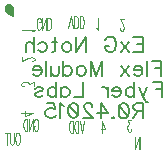
<source format=gbo>
G04 DipTrace 3.0.0.2*
G04 ECGNCHADCBFR0402.gbo*
%MOIN*%
G04 #@! TF.FileFunction,Legend,Bot*
G04 #@! TF.Part,Single*
%ADD10C,0.009843*%
%ADD42O,0.028478X0.033987*%
%ADD89C,0.00772*%
%ADD91C,0.004374*%
%FSLAX26Y26*%
G04*
G70*
G90*
G75*
G01*
G04 BotSilk*
%LPD*%
G36*
X82953Y493438D2*
X58669Y518370D1*
X77700Y532022D1*
X82687Y525850D1*
X82953Y493438D1*
G37*
D42*
X71860Y520800D3*
X83079Y498030D2*
D10*
G02X62738Y517845I2670J23088D01*
G01*
X83605Y498947D2*
G03X81242Y523358I-38192J8623D01*
G01*
X484278Y426596D2*
D89*
X515339D1*
Y376356D1*
X484278D1*
X515339Y402665D2*
X496216D1*
X468838Y409850D2*
X442530Y376356D1*
Y409850D2*
X468838Y376356D1*
X391221Y414658D2*
X393598Y419411D1*
X398406Y424220D1*
X403159Y426596D1*
X412721D1*
X417529Y424220D1*
X422282Y419411D1*
X424714Y414658D1*
X427091Y407473D1*
Y395480D1*
X424714Y388350D1*
X422282Y383541D1*
X417529Y378788D1*
X412721Y376356D1*
X403159D1*
X398406Y378788D1*
X393598Y383541D1*
X391221Y388350D1*
Y395480D1*
X403159D1*
X293687Y426596D2*
Y376356D1*
X327181Y426596D1*
Y376356D1*
X266310Y409850D2*
X271063Y407473D1*
X275872Y402665D1*
X278248Y395480D1*
Y390726D1*
X275872Y383541D1*
X271063Y378788D1*
X266310Y376356D1*
X259125D1*
X254316Y378788D1*
X249563Y383541D1*
X247131Y390726D1*
Y395480D1*
X249563Y402665D1*
X254316Y407473D1*
X259125Y409850D1*
X266310D1*
X224507Y426596D2*
Y385918D1*
X222131Y378788D1*
X217322Y376356D1*
X212569D1*
X231692Y409850D2*
X214946D1*
X168390Y402665D2*
X173198Y407473D1*
X178006Y409850D1*
X185136D1*
X189945Y407473D1*
X194698Y402665D1*
X197130Y395480D1*
Y390726D1*
X194698Y383541D1*
X189945Y378788D1*
X185136Y376356D1*
X178006D1*
X173198Y378788D1*
X168390Y383541D1*
X152950Y426596D2*
Y376356D1*
Y400288D2*
X145765Y407473D1*
X140957Y409850D1*
X133772D1*
X129019Y407473D1*
X126642Y400288D1*
Y376356D1*
X517765Y180791D2*
X496265D1*
X489080Y183223D1*
X486648Y185599D1*
X484272Y190352D1*
Y195161D1*
X486648Y199914D1*
X489080Y202346D1*
X496265Y204722D1*
X517765D1*
Y154482D1*
X501019Y180791D2*
X484272Y154482D1*
X454463Y204667D2*
X461648Y202291D1*
X466456Y195106D1*
X468833Y183167D1*
Y175982D1*
X466456Y164044D1*
X461648Y156859D1*
X454463Y154482D1*
X449709D1*
X442524Y156859D1*
X437771Y164044D1*
X435339Y175982D1*
Y183167D1*
X437771Y195106D1*
X442524Y202291D1*
X449709Y204667D1*
X454463D1*
X437771Y195106D2*
X466456Y164044D1*
X417523Y159291D2*
X419900Y156859D1*
X417523Y154482D1*
X415092Y156859D1*
X417523Y159291D1*
X375721Y154482D2*
Y204667D1*
X399652Y171229D1*
X363782D1*
X549512Y275392D2*
X580629D1*
Y225152D1*
Y251460D2*
X561505D1*
X531641Y258645D2*
X517326Y225152D1*
X522079Y215590D1*
X526888Y210782D1*
X531641Y208405D1*
X534073D1*
X502956Y258645D2*
X517326Y225152D1*
X487517Y275392D2*
Y225152D1*
Y251460D2*
X482708Y256268D1*
X477955Y258645D1*
X470770D1*
X466017Y256268D1*
X461208Y251460D1*
X458832Y244275D1*
Y239522D1*
X461208Y232337D1*
X466017Y227584D1*
X470770Y225152D1*
X477955D1*
X482708Y227584D1*
X487517Y232337D1*
X443393Y244275D2*
X414708D1*
Y249083D1*
X417084Y253892D1*
X419461Y256268D1*
X424269Y258645D1*
X431454D1*
X436208Y256268D1*
X441016Y251460D1*
X443393Y244275D1*
Y239522D1*
X441016Y232337D1*
X436208Y227584D1*
X431454Y225152D1*
X424269D1*
X419461Y227584D1*
X414708Y232337D1*
X399268Y258645D2*
Y225152D1*
Y244275D2*
X396837Y251460D1*
X392083Y256268D1*
X387275Y258645D1*
X380090D1*
X316050Y275392D2*
Y225152D1*
X287365D1*
X243241Y258645D2*
Y225152D1*
Y251460D2*
X247994Y256268D1*
X252802Y258645D1*
X259932D1*
X264741Y256268D1*
X269494Y251460D1*
X271926Y244275D1*
Y239522D1*
X269494Y232337D1*
X264741Y227584D1*
X259932Y225152D1*
X252802D1*
X247994Y227584D1*
X243241Y232337D1*
X227801Y275392D2*
Y225152D1*
Y251460D2*
X222993Y256268D1*
X218240Y258645D1*
X211055D1*
X206302Y256268D1*
X201493Y251460D1*
X199117Y244275D1*
Y239522D1*
X201493Y232337D1*
X206302Y227584D1*
X211055Y225152D1*
X218240D1*
X222993Y227584D1*
X227801Y232337D1*
X157369Y251460D2*
X159746Y256268D1*
X166931Y258645D1*
X174116D1*
X181301Y256268D1*
X183677Y251460D1*
X181301Y246707D1*
X176492Y244275D1*
X164554Y241898D1*
X159746Y239522D1*
X157369Y234713D1*
Y232337D1*
X159746Y227584D1*
X166931Y225152D1*
X174116D1*
X181301Y227584D1*
X183677Y232337D1*
X348235Y193814D2*
Y196191D1*
X345858Y200999D1*
X343482Y203376D1*
X338673Y205752D1*
X329112D1*
X324359Y203376D1*
X321982Y200999D1*
X319550Y196191D1*
Y191438D1*
X321982Y186629D1*
X326735Y179499D1*
X350667Y155568D1*
X317173D1*
X287364Y205752D2*
X294549Y203376D1*
X299358Y196191D1*
X301734Y184253D1*
Y177068D1*
X299358Y165129D1*
X294549Y157944D1*
X287364Y155568D1*
X282611D1*
X275426Y157944D1*
X270673Y165129D1*
X268241Y177068D1*
Y184253D1*
X270673Y196191D1*
X275426Y203376D1*
X282611Y205752D1*
X287364D1*
X270673Y196191D2*
X299358Y165129D1*
X252802Y196191D2*
X247993Y198623D1*
X240808Y205752D1*
Y155568D1*
X196684Y205752D2*
X220560D1*
X222937Y184253D1*
X220560Y186629D1*
X213375Y189061D1*
X206246D1*
X199061Y186629D1*
X194252Y181876D1*
X191876Y174691D1*
Y169938D1*
X194252Y162753D1*
X199061Y157944D1*
X206246Y155568D1*
X213375D1*
X220560Y157944D1*
X222937Y160376D1*
X225369Y165129D1*
X268279Y455307D2*
D91*
X275928Y495499D1*
X283578Y455307D1*
X287952D2*
Y495499D1*
X294651D1*
X297525Y493553D1*
X299448Y489751D1*
X300399Y485904D1*
X301349Y480200D1*
Y470605D1*
X300399Y464857D1*
X299448Y461055D1*
X297525Y457208D1*
X294651Y455307D1*
X287952D1*
X305724D2*
Y495499D1*
X312422D1*
X315296Y493553D1*
X317220Y489751D1*
X318170Y485904D1*
X319121Y480200D1*
Y470605D1*
X318170Y464857D1*
X317220Y461055D1*
X315296Y457208D1*
X312422Y455307D1*
X305724D1*
X321447Y146706D2*
X313797Y106514D1*
X306148Y146706D1*
X301774D2*
Y106514D1*
X295075D1*
X292201Y108460D1*
X290278Y112262D1*
X289327Y116109D1*
X288376Y121813D1*
Y131408D1*
X289327Y137156D1*
X290278Y140958D1*
X292201Y144805D1*
X295075Y146706D1*
X301774D1*
X284002D2*
Y106514D1*
X277303D1*
X274429Y108460D1*
X272506Y112262D1*
X271555Y116109D1*
X270605Y121813D1*
Y131408D1*
X271555Y137156D1*
X272506Y140958D1*
X274429Y144805D1*
X277303Y146706D1*
X284002D1*
X176326Y458907D2*
X175375Y455105D1*
X173452Y451258D1*
X171550Y449357D1*
X167726D1*
X165802Y451258D1*
X163901Y455105D1*
X162928Y458907D1*
X161978Y464655D1*
Y474250D1*
X162928Y479954D1*
X163901Y483801D1*
X165802Y487603D1*
X167726Y489549D1*
X171550D1*
X173452Y487603D1*
X175375Y483801D1*
X176326Y479954D1*
Y474250D1*
X171550D1*
X194097Y449357D2*
Y489549D1*
X180700Y449357D1*
Y489549D1*
X198472Y449357D2*
Y489549D1*
X205170D1*
X208044Y487603D1*
X209968Y483801D1*
X210918Y479954D1*
X211869Y474250D1*
Y464655D1*
X210918Y458907D1*
X209968Y455105D1*
X208044Y451258D1*
X205170Y449357D1*
X198472D1*
X153610Y143591D2*
X154561Y147394D1*
X156484Y151241D1*
X158385Y153142D1*
X162210D1*
X164133Y151241D1*
X166035Y147394D1*
X167007Y143591D1*
X167958Y137843D1*
Y128249D1*
X167007Y122545D1*
X166035Y118698D1*
X164133Y114896D1*
X162210Y112950D1*
X158385D1*
X156484Y114896D1*
X154561Y118698D1*
X153610Y122545D1*
Y128249D1*
X158385D1*
X135838Y153142D2*
Y112950D1*
X149236Y153142D1*
Y112950D1*
X131464Y153142D2*
Y112950D1*
X124765D1*
X121891Y114896D1*
X119968Y118698D1*
X119017Y122545D1*
X118066Y128249D1*
Y137843D1*
X119017Y143591D1*
X119968Y147394D1*
X121891Y151241D1*
X124765Y153142D1*
X131464D1*
X100796Y106998D2*
X102719Y105096D1*
X104620Y101250D1*
X105593Y97447D1*
X106544Y91699D1*
Y82104D1*
X105593Y76400D1*
X104620Y72554D1*
X102719Y68751D1*
X100796Y66806D1*
X96971D1*
X95070Y68751D1*
X93147Y72554D1*
X92196Y76400D1*
X91245Y82104D1*
Y91699D1*
X92196Y97447D1*
X93147Y101250D1*
X95070Y105096D1*
X96971Y106998D1*
X100796D1*
X86871D2*
Y78302D1*
X85920Y72554D1*
X83997Y68751D1*
X81123Y66806D1*
X79221D1*
X76347Y68751D1*
X74424Y72554D1*
X73473Y78302D1*
Y106998D1*
X62400D2*
Y66806D1*
X69099Y106998D2*
X55702D1*
X507283Y93735D2*
Y53543D1*
X489511Y93735D2*
Y53543D1*
X502909Y93735D1*
Y53543D1*
X147665Y445261D2*
X149611Y447184D1*
X155314Y450058D1*
X115167D1*
X145718Y346256D2*
X147619D1*
X151466Y347206D1*
X153367Y348157D1*
X155268Y350080D1*
Y353905D1*
X153367Y355806D1*
X151466Y356757D1*
X147619Y357729D1*
X143817D1*
X139970Y356757D1*
X134266Y354855D1*
X115121Y345283D1*
Y358680D1*
X151883Y263774D2*
Y274276D1*
X136584Y268550D1*
Y271424D1*
X134683Y273325D1*
X132781Y274276D1*
X127033Y275248D1*
X123231D1*
X117483Y274276D1*
X113636Y272374D1*
X111735Y269500D1*
Y266626D1*
X113636Y263774D1*
X115582Y262824D1*
X119384Y261851D1*
X110720Y173539D2*
X150868D1*
X124118Y163966D1*
Y178314D1*
X440925Y456129D2*
Y454227D1*
X441875Y450381D1*
X442826Y448479D1*
X444749Y446578D1*
X448574D1*
X450475Y448479D1*
X451426Y450381D1*
X452399Y454227D1*
Y458030D1*
X451426Y461877D1*
X449525Y467580D1*
X439952Y486726D1*
X453349D1*
X361183Y456595D2*
X363107Y454649D1*
X365981Y448945D1*
Y489093D1*
X476445Y150754D2*
X465943D1*
X471669Y135455D1*
X468795D1*
X466894Y133554D1*
X465943Y131653D1*
X464971Y125905D1*
Y122102D1*
X465943Y116354D1*
X467845Y112508D1*
X470719Y110606D1*
X473593D1*
X476445Y112508D1*
X477395Y114453D1*
X478368Y118256D1*
X381026Y104779D2*
Y144927D1*
X390598Y118177D1*
X376250D1*
X545967Y347117D2*
D89*
X577084D1*
Y296877D1*
Y323186D2*
X557960D1*
X530528Y347117D2*
Y296877D1*
X515088Y316001D2*
X486404D1*
Y320809D1*
X488780Y325618D1*
X491157Y327994D1*
X495965Y330371D1*
X503150D1*
X507903Y327994D1*
X512712Y323186D1*
X515088Y316001D1*
Y311247D1*
X512712Y304062D1*
X507903Y299309D1*
X503150Y296877D1*
X495965D1*
X491157Y299309D1*
X486404Y304062D1*
X470964Y330371D2*
X444656Y296877D1*
Y330371D2*
X470964Y296877D1*
X342369D2*
Y347117D1*
X361492Y296877D1*
X380616Y347117D1*
Y296877D1*
X314992Y330371D2*
X319745Y327994D1*
X324553Y323186D1*
X326930Y316001D1*
Y311247D1*
X324553Y304062D1*
X319745Y299309D1*
X314992Y296877D1*
X307807D1*
X302998Y299309D1*
X298245Y304062D1*
X295813Y311247D1*
Y316001D1*
X298245Y323186D1*
X302998Y327994D1*
X307807Y330371D1*
X314992D1*
X251689Y347117D2*
Y296877D1*
Y323186D2*
X256442Y327994D1*
X261251Y330371D1*
X268436D1*
X273189Y327994D1*
X277997Y323186D1*
X280374Y316001D1*
Y311247D1*
X277997Y304062D1*
X273189Y299309D1*
X268436Y296877D1*
X261251D1*
X256442Y299309D1*
X251689Y304062D1*
X236250Y330371D2*
Y306439D1*
X233873Y299309D1*
X229065Y296877D1*
X221880D1*
X217127Y299309D1*
X209942Y306439D1*
Y330371D2*
Y296877D1*
X194502Y347117D2*
Y296877D1*
X179063Y316001D2*
X150378D1*
Y320809D1*
X152755Y325618D1*
X155131Y327994D1*
X159940Y330371D1*
X167125D1*
X171878Y327994D1*
X176686Y323186D1*
X179063Y316001D1*
Y311247D1*
X176686Y304062D1*
X171878Y299309D1*
X167125Y296877D1*
X159940D1*
X155131Y299309D1*
X150378Y304062D1*
M02*

</source>
